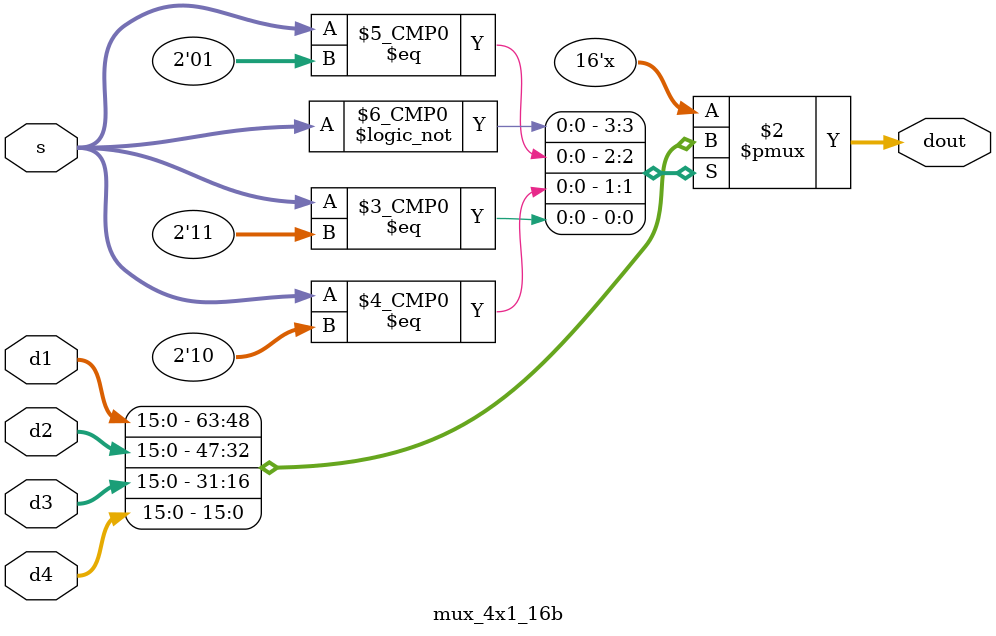
<source format=v>
module mux_4x1_16b(dout,d1,d2,d3,d4,s);
	output reg [15:0] dout;
	input [15:0] d1,d2,d3,d4;
	input [1:0] s;
	always @(*)
		begin
			case (s)
				2'b00: dout<=d1;
				2'b01: dout<=d2;
				2'b10: dout<=d3;
				2'b11: dout<=d4;
				default: dout<=4'd0;
			endcase
		end
endmodule

</source>
